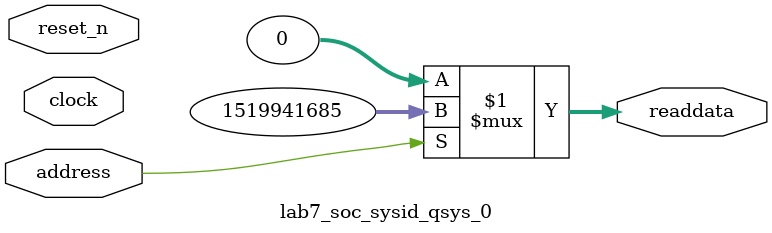
<source format=v>

`timescale 1ns / 1ps
// synthesis translate_on

// turn off superfluous verilog processor warnings 
// altera message_level Level1 
// altera message_off 10034 10035 10036 10037 10230 10240 10030 

module lab7_soc_sysid_qsys_0 (
               // inputs:
                address,
                clock,
                reset_n,

               // outputs:
                readdata
             )
;

  output  [ 31: 0] readdata;
  input            address;
  input            clock;
  input            reset_n;

  wire    [ 31: 0] readdata;
  //control_slave, which is an e_avalon_slave
  assign readdata = address ? 1519941685 : 0;

endmodule




</source>
